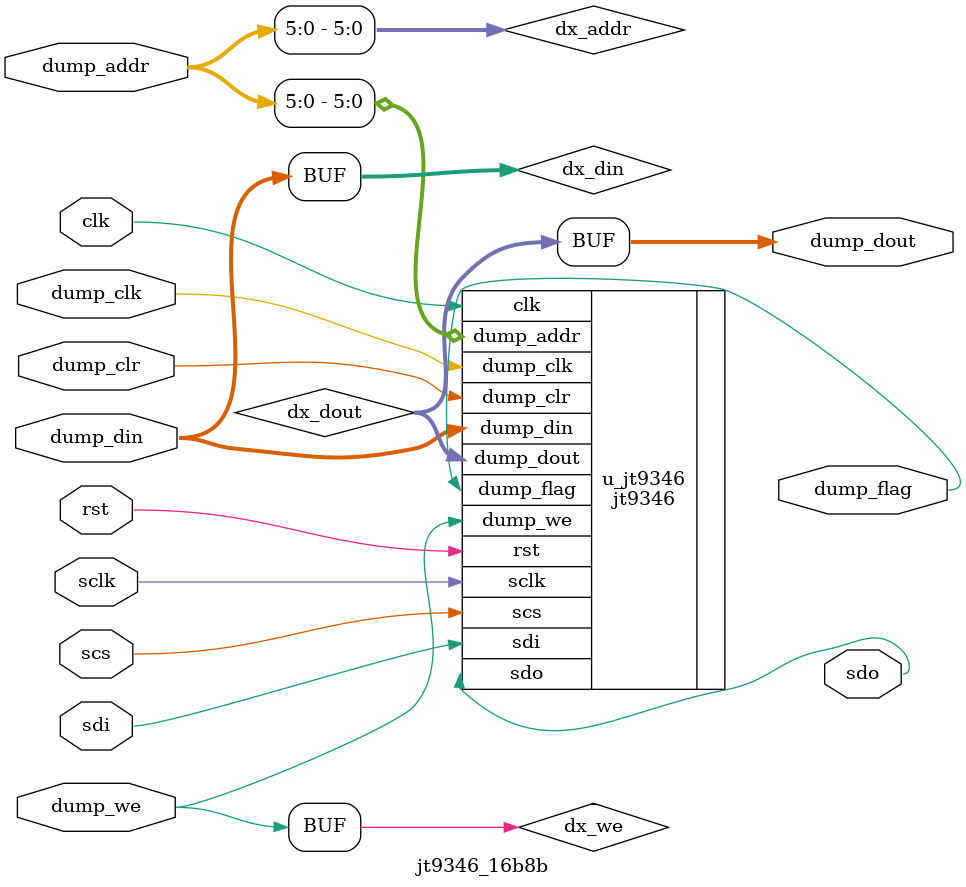
<source format=v>
/*  This file is part of JTEEPROM.
    JTEEPROM program is free software: you can redistribute it and/or modify
    it under the terms of the GNU General Public License as published by
    the Free Software Foundation, either version 3 of the License, or
    (at your option) any later version.

    JTEEPROM program is distributed in the hope that it will be useful,
    but WITHOUT ANY WARRANTY; without even the implied warranty of
    MERCHANTABILITY or FITNESS FOR A PARTICULAR PURPOSE.  See the
    GNU General Public License for more details.

    You should have received a copy of the GNU General Public License
    along with JTEEPROM.  If not, see <http://www.gnu.org/licenses/>.

    Author: Jose Tejada Gomez. Twitter: @topapate
    Version: 1.0
    Date: 27-6-2022 */

// Wrapper to provide an 8-bit dump interface

module jt9346_16b8b #(
    parameter
    AW=6,   // Memory address bits
    CW=AW,  // bits between the 2-bit op command and the data
    DW=8
) (
    input           rst,        // system reset
    input           clk,        // system clock
    // chip interface
    input           sclk,       // serial clock
    input           sdi,         // serial data in
    output          sdo,         // serial data out and ready/not busy signal
    input           scs,         // chip select, active high. Goes low in between instructions
    // Dump access
    input           dump_clk,
    input  [(DW==16?AW+1:AW):0] dump_addr,
    input           dump_we,
    input     [7:0] dump_din,
    output    [7:0] dump_dout,
    // NVRAM contents changed
    input           dump_clr,   // Clear the flag
    output          dump_flag   // There was a write
);

    wire [AW-1:0] dx_addr;
    wire          dx_we;
    wire [DW-1:0] dx_din, dx_dout;

    generate
        if( DW==8 ) begin
            assign dx_addr   = dump_addr;
            assign dx_we     = dump_we;
            assign dx_din    = dump_din;
            assign dump_dout = dx_dout;
        end else begin
            reg  [15:0] xx_din=0;
            reg         xx_we=0;

            assign dx_we     = xx_we;
            assign dx_addr   = dump_addr[AW:1];
            assign dump_dout = dump_addr[0] ? dx_dout[15:8] : dx_dout[7:0];
            assign dx_din    = xx_din[DW-1:0];

            always @(posedge clk) begin
                xx_we <= 0;
                if (dump_we) begin
                    if(dump_addr[0]) begin
                        xx_we <= 1;
                        xx_din[15:8] <= dump_din;
                    end else begin
                        xx_din[7:0] <= dump_din;
                    end
                end
            end
        end
    endgenerate

    jt9346 #(.AW(AW),.DW(DW),.CW(CW)) u_jt9346 (
        .rst        ( rst       ),        // system reset
        .clk        ( clk       ),        // system clock
        // chip interface
        .sclk       ( sclk      ),       // serial clock
        .sdi        ( sdi       ),         // serial data in
        .sdo        ( sdo       ),         // serial data out and ready/not busy signal
        .scs        ( scs       ),         // chip select, active high. Goes low in between instructions
        // Dump access
        .dump_clk   ( dump_clk  ),
        .dump_addr  ( dx_addr   ),
        .dump_we    ( dx_we     ),
        .dump_din   ( dx_din    ),
        .dump_dout  ( dx_dout   ),
        // NVRAM contents changed
        .dump_clr   ( dump_clr  ),   // Clear the flag
        .dump_flag  ( dump_flag )   // There was a write
    );

endmodule
</source>
